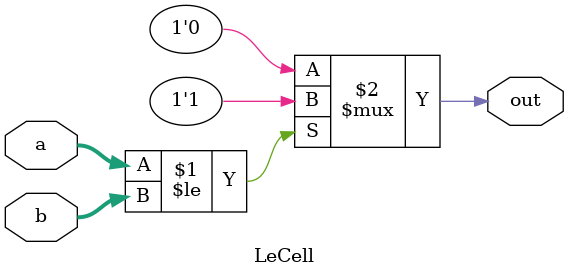
<source format=v>
module LeCell( a, b, out);

	input [3:0] a;
	input [3:0] b;
	output out;
	wire out;

	assign out = a <= b ? 1'b1 : 1'b0;

	//assign out = a & b & c;
	//assign out = AND(a, b, c);
  	//and(out, a,b,c);

endmodule

</source>
